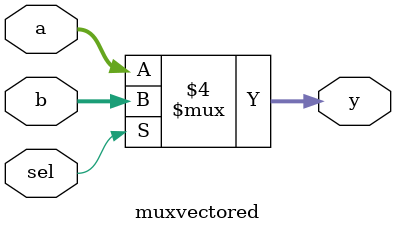
<source format=v>


`timescale 1ns/10ps

module muxvectored (
    y,
    a,
    b,
    sel
);
// Multiplexer.
// 
// y -- mux output
// a, b -- data inputs
// sel -- control input: select a if asserted, otherwise b

output [4:0] y;
reg [4:0] y;
input [4:0] a;
input [4:0] b;
input sel;




always @(a, b, sel) begin: MUXVECTORED_COMB
    if ((sel == 0)) begin
        y = a;
    end
    else begin
        y = b;
    end
end

endmodule

</source>
